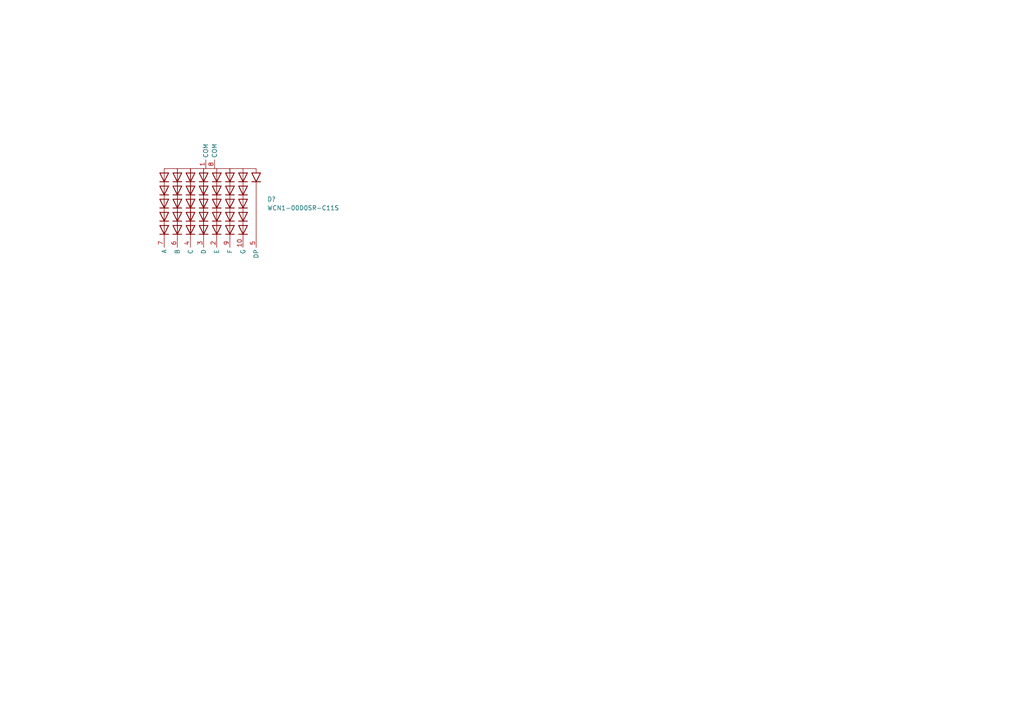
<source format=kicad_sch>
(kicad_sch (version 20211123) (generator eeschema)
  (paper "A4")
  (lib_symbols
    (symbol "my-Displays:WCN1-00D0SR-C11S"
      (property "Reference" "D" (at -12.7 -1.27 0))
      (property "Value" "WCN1-00D0SR-C11S" (at -15.24 0.635 0))
      (symbol "WCN1-00D0SR-C11S_0_1"
        (polyline (pts (xy -13.97 -24.13) (xy -13.97 -25.4)))
        (polyline (pts (xy -13.97 -24.13) (xy -13.97 -21.59)))
        (polyline (pts (xy -13.97 -20.32) (xy -13.97 -17.78)))
        (polyline (pts (xy -13.97 -16.51) (xy -13.97 -13.97)))
        (polyline (pts (xy -13.97 -12.7) (xy -13.97 -10.16)))
        (polyline (pts (xy -13.97 -8.89) (xy -13.97 -6.35)))
        (polyline (pts (xy -12.7 -24.13) (xy -15.24 -24.13)) (stroke (width 0.254)))
        (polyline (pts (xy -12.7 -20.32) (xy -15.24 -20.32)) (stroke (width 0.254)))
        (polyline (pts (xy -12.7 -16.51) (xy -15.24 -16.51)) (stroke (width 0.254)))
        (polyline (pts (xy -12.7 -12.7) (xy -15.24 -12.7)) (stroke (width 0.254)))
        (polyline (pts (xy -12.7 -8.89) (xy -15.24 -8.89)) (stroke (width 0.254)))
        (polyline (pts (xy -10.16 -24.13) (xy -10.16 -25.4)))
        (polyline (pts (xy -10.16 -24.13) (xy -10.16 -21.59)))
        (polyline (pts (xy -10.16 -20.32) (xy -10.16 -17.78)))
        (polyline (pts (xy -10.16 -16.51) (xy -10.16 -13.97)))
        (polyline (pts (xy -10.16 -12.7) (xy -10.16 -10.16)))
        (polyline (pts (xy -10.16 -8.89) (xy -10.16 -6.35)))
        (polyline (pts (xy -8.89 -24.13) (xy -11.43 -24.13)) (stroke (width 0.254)))
        (polyline (pts (xy -8.89 -20.32) (xy -11.43 -20.32)) (stroke (width 0.254)))
        (polyline (pts (xy -8.89 -16.51) (xy -11.43 -16.51)) (stroke (width 0.254)))
        (polyline (pts (xy -8.89 -12.7) (xy -11.43 -12.7)) (stroke (width 0.254)))
        (polyline (pts (xy -8.89 -8.89) (xy -11.43 -8.89)) (stroke (width 0.254)))
        (polyline (pts (xy -6.35 -24.13) (xy -6.35 -25.4)))
        (polyline (pts (xy -6.35 -24.13) (xy -6.35 -21.59)))
        (polyline (pts (xy -6.35 -20.32) (xy -6.35 -17.78)))
        (polyline (pts (xy -6.35 -16.51) (xy -6.35 -13.97)))
        (polyline (pts (xy -6.35 -12.7) (xy -6.35 -10.16)))
        (polyline (pts (xy -6.35 -8.89) (xy -6.35 -6.35)))
        (polyline (pts (xy -5.08 -24.13) (xy -7.62 -24.13)) (stroke (width 0.254)))
        (polyline (pts (xy -5.08 -20.32) (xy -7.62 -20.32)) (stroke (width 0.254)))
        (polyline (pts (xy -5.08 -16.51) (xy -7.62 -16.51)) (stroke (width 0.254)))
        (polyline (pts (xy -5.08 -12.7) (xy -7.62 -12.7)) (stroke (width 0.254)))
        (polyline (pts (xy -5.08 -8.89) (xy -7.62 -8.89)) (stroke (width 0.254)))
        (polyline (pts (xy -2.54 -24.13) (xy -2.54 -25.4)))
        (polyline (pts (xy -2.54 -24.13) (xy -2.54 -21.59)))
        (polyline (pts (xy -2.54 -20.32) (xy -2.54 -17.78)))
        (polyline (pts (xy -2.54 -16.51) (xy -2.54 -13.97)))
        (polyline (pts (xy -2.54 -12.7) (xy -2.54 -10.16)))
        (polyline (pts (xy -2.54 -8.89) (xy -2.54 -6.35)))
        (polyline (pts (xy -1.27 -24.13) (xy -3.81 -24.13)) (stroke (width 0.254)))
        (polyline (pts (xy -1.27 -20.32) (xy -3.81 -20.32)) (stroke (width 0.254)))
        (polyline (pts (xy -1.27 -16.51) (xy -3.81 -16.51)) (stroke (width 0.254)))
        (polyline (pts (xy -1.27 -12.7) (xy -3.81 -12.7)) (stroke (width 0.254)))
        (polyline (pts (xy -1.27 -8.89) (xy -3.81 -8.89)) (stroke (width 0.254)))
        (polyline (pts (xy 1.27 -24.13) (xy 1.27 -25.4)))
        (polyline (pts (xy 1.27 -24.13) (xy 1.27 -21.59)))
        (polyline (pts (xy 1.27 -20.32) (xy 1.27 -17.78)))
        (polyline (pts (xy 1.27 -16.51) (xy 1.27 -13.97)))
        (polyline (pts (xy 1.27 -12.7) (xy 1.27 -10.16)))
        (polyline (pts (xy 1.27 -8.89) (xy 1.27 -6.35)))
        (polyline (pts (xy 2.54 -24.13) (xy 0 -24.13)) (stroke (width 0.254)))
        (polyline (pts (xy 2.54 -20.32) (xy 0 -20.32)) (stroke (width 0.254)))
        (polyline (pts (xy 2.54 -16.51) (xy 0 -16.51)) (stroke (width 0.254)))
        (polyline (pts (xy 2.54 -12.7) (xy 0 -12.7)) (stroke (width 0.254)))
        (polyline (pts (xy 2.54 -8.89) (xy 0 -8.89)) (stroke (width 0.254)))
        (polyline (pts (xy 5.08 -24.13) (xy 5.08 -25.4)))
        (polyline (pts (xy 6.35 -24.13) (xy 3.81 -24.13)) (stroke (width 0.254)))
        (polyline (pts (xy 6.35 -20.32) (xy 3.81 -20.32)) (stroke (width 0.254)))
        (polyline (pts (xy 6.35 -16.51) (xy 3.81 -16.51)) (stroke (width 0.254)))
        (polyline (pts (xy 6.35 -12.7) (xy 3.81 -12.7)) (stroke (width 0.254)))
        (polyline (pts (xy 6.35 -8.89) (xy 3.81 -8.89)) (stroke (width 0.254)))
        (polyline (pts (xy 8.89 -24.13) (xy 8.89 -25.4)))
        (polyline (pts (xy 10.16 -24.13) (xy 7.62 -24.13)) (stroke (width 0.254)))
        (polyline (pts (xy 10.16 -20.32) (xy 7.62 -20.32)) (stroke (width 0.254)))
        (polyline (pts (xy 10.16 -16.51) (xy 7.62 -16.51)) (stroke (width 0.254)))
        (polyline (pts (xy 10.16 -12.7) (xy 7.62 -12.7)) (stroke (width 0.254)))
        (polyline (pts (xy 10.16 -8.89) (xy 7.62 -8.89)) (stroke (width 0.254)))
        (polyline (pts (xy 12.7 -8.89) (xy 12.7 -25.4)))
        (polyline (pts (xy 13.97 -8.89) (xy 11.43 -8.89)) (stroke (width 0.254)))
        (polyline (pts (xy -13.97 -8.89) (xy -13.97 -10.16) (xy -13.97 -24.13)))
        (polyline (pts (xy -10.16 -8.89) (xy -10.16 -10.16) (xy -10.16 -24.13)))
        (polyline (pts (xy -6.35 -8.89) (xy -6.35 -10.16) (xy -6.35 -24.13)))
        (polyline (pts (xy -2.54 -8.89) (xy -2.54 -10.16) (xy -2.54 -24.13)))
        (polyline (pts (xy 1.27 -8.89) (xy 1.27 -10.16) (xy 1.27 -24.13)))
        (polyline (pts (xy 8.89 -5.08) (xy 12.7 -5.08) (xy 12.7 -6.35)))
        (polyline (pts (xy -13.97 -6.35) (xy -13.97 -5.08) (xy -10.16 -5.08) (xy -10.16 -24.13)))
        (polyline (pts (xy -12.7 -21.59) (xy -15.24 -21.59) (xy -13.97 -24.13) (xy -12.7 -21.59)) (stroke (width 0.254)))
        (polyline (pts (xy -12.7 -17.78) (xy -15.24 -17.78) (xy -13.97 -20.32) (xy -12.7 -17.78)) (stroke (width 0.254)))
        (polyline (pts (xy -12.7 -13.97) (xy -15.24 -13.97) (xy -13.97 -16.51) (xy -12.7 -13.97)) (stroke (width 0.254)))
        (polyline (pts (xy -12.7 -10.16) (xy -15.24 -10.16) (xy -13.97 -12.7) (xy -12.7 -10.16)) (stroke (width 0.254)))
        (polyline (pts (xy -12.7 -6.35) (xy -15.24 -6.35) (xy -13.97 -8.89) (xy -12.7 -6.35)) (stroke (width 0.254)))
        (polyline (pts (xy -10.16 -6.35) (xy -10.16 -5.08) (xy -6.35 -5.08) (xy -6.35 -24.13)))
        (polyline (pts (xy -8.89 -21.59) (xy -11.43 -21.59) (xy -10.16 -24.13) (xy -8.89 -21.59)) (stroke (width 0.254)))
        (polyline (pts (xy -8.89 -17.78) (xy -11.43 -17.78) (xy -10.16 -20.32) (xy -8.89 -17.78)) (stroke (width 0.254)))
        (polyline (pts (xy -8.89 -13.97) (xy -11.43 -13.97) (xy -10.16 -16.51) (xy -8.89 -13.97)) (stroke (width 0.254)))
        (polyline (pts (xy -8.89 -10.16) (xy -11.43 -10.16) (xy -10.16 -12.7) (xy -8.89 -10.16)) (stroke (width 0.254)))
        (polyline (pts (xy -8.89 -6.35) (xy -11.43 -6.35) (xy -10.16 -8.89) (xy -8.89 -6.35)) (stroke (width 0.254)))
        (polyline (pts (xy -6.35 -6.35) (xy -6.35 -5.08) (xy -2.54 -5.08) (xy -2.54 -24.13)))
        (polyline (pts (xy -5.08 -21.59) (xy -7.62 -21.59) (xy -6.35 -24.13) (xy -5.08 -21.59)) (stroke (width 0.254)))
        (polyline (pts (xy -5.08 -17.78) (xy -7.62 -17.78) (xy -6.35 -20.32) (xy -5.08 -17.78)) (stroke (width 0.254)))
        (polyline (pts (xy -5.08 -13.97) (xy -7.62 -13.97) (xy -6.35 -16.51) (xy -5.08 -13.97)) (stroke (width 0.254)))
        (polyline (pts (xy -5.08 -10.16) (xy -7.62 -10.16) (xy -6.35 -12.7) (xy -5.08 -10.16)) (stroke (width 0.254)))
        (polyline (pts (xy -5.08 -6.35) (xy -7.62 -6.35) (xy -6.35 -8.89) (xy -5.08 -6.35)) (stroke (width 0.254)))
        (polyline (pts (xy -2.54 -6.35) (xy -2.54 -5.08) (xy 1.27 -5.08) (xy 1.27 -24.13)))
        (polyline (pts (xy -1.27 -21.59) (xy -3.81 -21.59) (xy -2.54 -24.13) (xy -1.27 -21.59)) (stroke (width 0.254)))
        (polyline (pts (xy -1.27 -17.78) (xy -3.81 -17.78) (xy -2.54 -20.32) (xy -1.27 -17.78)) (stroke (width 0.254)))
        (polyline (pts (xy -1.27 -13.97) (xy -3.81 -13.97) (xy -2.54 -16.51) (xy -1.27 -13.97)) (stroke (width 0.254)))
        (polyline (pts (xy -1.27 -10.16) (xy -3.81 -10.16) (xy -2.54 -12.7) (xy -1.27 -10.16)) (stroke (width 0.254)))
        (polyline (pts (xy -1.27 -6.35) (xy -3.81 -6.35) (xy -2.54 -8.89) (xy -1.27 -6.35)) (stroke (width 0.254)))
        (polyline (pts (xy 1.27 -6.35) (xy 1.27 -5.08) (xy 5.08 -5.08) (xy 5.08 -24.13)))
        (polyline (pts (xy 2.54 -21.59) (xy 0 -21.59) (xy 1.27 -24.13) (xy 2.54 -21.59)) (stroke (width 0.254)))
        (polyline (pts (xy 2.54 -17.78) (xy 0 -17.78) (xy 1.27 -20.32) (xy 2.54 -17.78)) (stroke (width 0.254)))
        (polyline (pts (xy 2.54 -13.97) (xy 0 -13.97) (xy 1.27 -16.51) (xy 2.54 -13.97)) (stroke (width 0.254)))
        (polyline (pts (xy 2.54 -10.16) (xy 0 -10.16) (xy 1.27 -12.7) (xy 2.54 -10.16)) (stroke (width 0.254)))
        (polyline (pts (xy 2.54 -6.35) (xy 0 -6.35) (xy 1.27 -8.89) (xy 2.54 -6.35)) (stroke (width 0.254)))
        (polyline (pts (xy 5.08 -6.35) (xy 5.08 -5.08) (xy 8.89 -5.08) (xy 8.89 -24.13)))
        (polyline (pts (xy 6.35 -21.59) (xy 3.81 -21.59) (xy 5.08 -24.13) (xy 6.35 -21.59)) (stroke (width 0.254)))
        (polyline (pts (xy 6.35 -17.78) (xy 3.81 -17.78) (xy 5.08 -20.32) (xy 6.35 -17.78)) (stroke (width 0.254)))
        (polyline (pts (xy 6.35 -13.97) (xy 3.81 -13.97) (xy 5.08 -16.51) (xy 6.35 -13.97)) (stroke (width 0.254)))
        (polyline (pts (xy 6.35 -10.16) (xy 3.81 -10.16) (xy 5.08 -12.7) (xy 6.35 -10.16)) (stroke (width 0.254)))
        (polyline (pts (xy 6.35 -6.35) (xy 3.81 -6.35) (xy 5.08 -8.89) (xy 6.35 -6.35)) (stroke (width 0.254)))
        (polyline (pts (xy 10.16 -21.59) (xy 7.62 -21.59) (xy 8.89 -24.13) (xy 10.16 -21.59)) (stroke (width 0.254)))
        (polyline (pts (xy 10.16 -17.78) (xy 7.62 -17.78) (xy 8.89 -20.32) (xy 10.16 -17.78)) (stroke (width 0.254)))
        (polyline (pts (xy 10.16 -13.97) (xy 7.62 -13.97) (xy 8.89 -16.51) (xy 10.16 -13.97)) (stroke (width 0.254)))
        (polyline (pts (xy 10.16 -10.16) (xy 7.62 -10.16) (xy 8.89 -12.7) (xy 10.16 -10.16)) (stroke (width 0.254)))
        (polyline (pts (xy 10.16 -6.35) (xy 7.62 -6.35) (xy 8.89 -8.89) (xy 10.16 -6.35)) (stroke (width 0.254)))
        (polyline (pts (xy 13.97 -6.35) (xy 11.43 -6.35) (xy 12.7 -8.89) (xy 13.97 -6.35)) (stroke (width 0.254)))
      )
      (symbol "WCN1-00D0SR-C11S_1_1"
        (pin input line (at -1.905 -5.08 90) (length 2.54) (name "COM") (number "1"))
        (pin input line (at 8.89 -25.4 270) (length 2.54) (name "G") (number "10"))
        (pin input line (at 1.27 -25.4 270) (length 2.54) (name "E") (number "2"))
        (pin input line (at -2.54 -25.4 270) (length 2.54) (name "D") (number "3"))
        (pin input line (at -6.35 -25.4 270) (length 2.54) (name "C") (number "4"))
        (pin input line (at 12.7 -25.4 270) (length 2.54) (name "DP") (number "5"))
        (pin input line (at -10.16 -25.4 270) (length 2.54) (name "B") (number "6"))
        (pin input line (at -13.97 -25.4 270) (length 2.54) (name "A") (number "7"))
        (pin input line (at 0.635 -5.08 90) (length 2.54) (name "COM") (number "8"))
        (pin input line (at 5.08 -25.4 270) (length 2.54) (name "F") (number "9"))
      )
    )
  )
  (symbol (lib_id "my-Displays:WCN1-00D0SR-C11S") (at 61.595 43.815 0) (unit 1)
    (property "Reference" "D?" (at 77.47 57.7849 0) (effects (justify left)))
    (property "Value" "WCN1-00D0SR-C11S" (at 77.47 60.3249 0) (effects (justify left)))
  )
)
</source>
